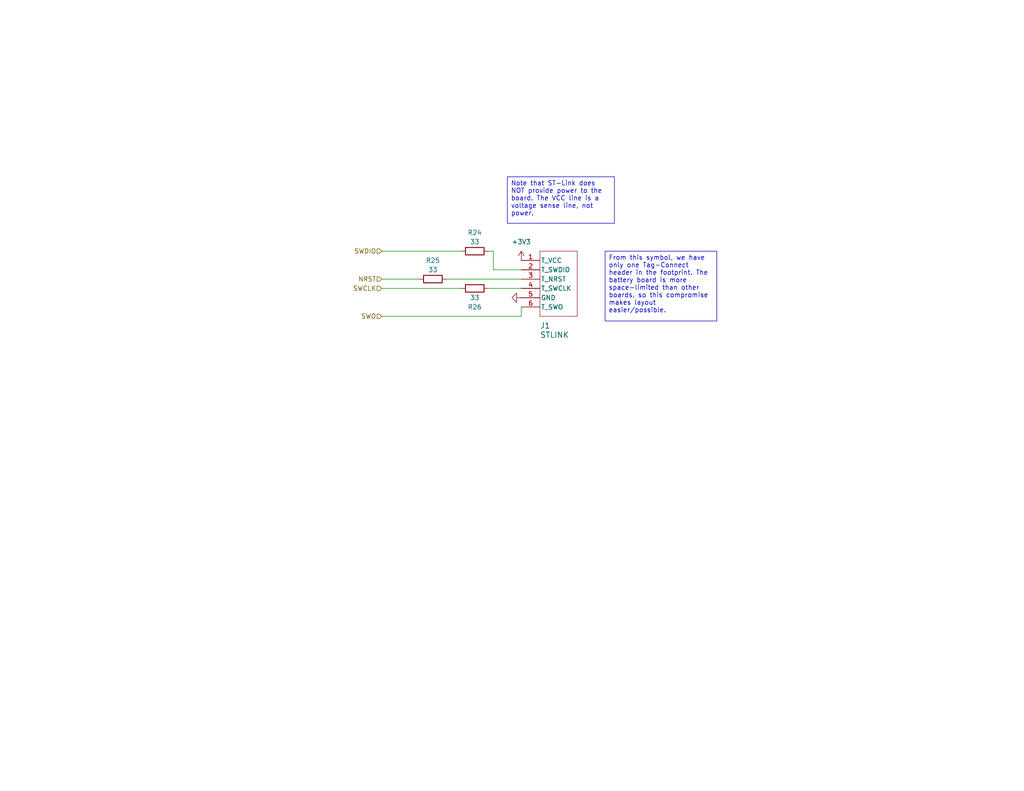
<source format=kicad_sch>
(kicad_sch (version 20231120) (generator "eeschema") (generator_version "8.0")
  (paper "USLetter")
  (lib_symbols
    (symbol "Device:R" (pin_numbers hide) (pin_names (offset 0))
      (property "Reference" "R" (at 2.032 0 90))
      (property "Value" "R" (at 0 0 90))
      (symbol "R_0_1"
        (rectangle (start -1.016 -2.54) (end 1.016 2.54) (stroke (width 0.254)))
      )
      (symbol "R_1_1"
        (pin passive line (at 0 3.81 270) (length 1.27) (name "~") (number "1"))
        (pin passive line (at 0 -3.81 90) (length 1.27) (name "~") (number "2"))
      )
    )
    (symbol "TVSC:STLINK_TagConnect_6" (pin_names (offset 0.254)) (in_bom no)
      (property "Reference" "J" (at 0 6.35 0))
      (property "Value" "STLINK_TagConnect_6" (at 0 -15.24 0))
      (symbol "STLINK_TagConnect_6_1_1"
        (polyline (pts (xy -5.08 -12.7) (xy 5.08 -12.7)) (stroke (width 0.127)))
        (polyline (pts (xy -5.08 5.08) (xy -5.08 -12.7)) (stroke (width 0.127)))
        (polyline (pts (xy 5.08 -12.7) (xy 5.08 5.08)) (stroke (width 0.127)))
        (polyline (pts (xy 5.08 5.08) (xy -5.08 5.08)) (stroke (width 0.127)))
        (pin power_in line (at -10.16 2.54 0) (length 5.08) (name "T_VCC") (number "1"))
        (pin bidirectional line (at -10.16 0 0) (length 5.08) (name "T_SWDIO") (number "2"))
        (pin open_collector line (at -10.16 -2.54 0) (length 5.08) (name "T_NRST") (number "3"))
        (pin output line (at -10.16 -5.08 0) (length 5.08) (name "T_SWCLK") (number "4"))
        (pin power_in line (at -10.16 -7.62 0) (length 5.08) (name "GND") (number "5"))
        (pin input line (at -10.16 -10.16 0) (length 5.08) (name "T_SWO") (number "6"))
      )
      (symbol "STLINK_TagConnect_6_1_2"
        (polyline (pts (xy 5.08 -20.32) (xy 12.7 -20.32)) (stroke (width 0.127)))
        (polyline (pts (xy 5.08 2.54) (xy 5.08 -20.32)) (stroke (width 0.127)))
        (polyline (pts (xy 7.62 -17.78) (xy 5.08 -17.78)) (stroke (width 0.127)))
        (polyline (pts (xy 7.62 -17.78) (xy 8.89 -18.6267)) (stroke (width 0.127)))
        (polyline (pts (xy 7.62 -17.78) (xy 8.89 -16.9333)) (stroke (width 0.127)))
        (polyline (pts (xy 7.62 -15.24) (xy 5.08 -15.24)) (stroke (width 0.127)))
        (polyline (pts (xy 7.62 -15.24) (xy 8.89 -16.0867)) (stroke (width 0.127)))
        (polyline (pts (xy 7.62 -15.24) (xy 8.89 -14.3933)) (stroke (width 0.127)))
        (polyline (pts (xy 7.62 -12.7) (xy 5.08 -12.7)) (stroke (width 0.127)))
        (polyline (pts (xy 7.62 -12.7) (xy 8.89 -13.5467)) (stroke (width 0.127)))
        (polyline (pts (xy 7.62 -12.7) (xy 8.89 -11.8533)) (stroke (width 0.127)))
        (polyline (pts (xy 7.62 -10.16) (xy 5.08 -10.16)) (stroke (width 0.127)))
        (polyline (pts (xy 7.62 -10.16) (xy 8.89 -11.0067)) (stroke (width 0.127)))
        (polyline (pts (xy 7.62 -10.16) (xy 8.89 -9.3133)) (stroke (width 0.127)))
        (polyline (pts (xy 7.62 -7.62) (xy 5.08 -7.62)) (stroke (width 0.127)))
        (polyline (pts (xy 7.62 -7.62) (xy 8.89 -8.4667)) (stroke (width 0.127)))
        (polyline (pts (xy 7.62 -7.62) (xy 8.89 -6.7733)) (stroke (width 0.127)))
        (polyline (pts (xy 7.62 -5.08) (xy 5.08 -5.08)) (stroke (width 0.127)))
        (polyline (pts (xy 7.62 -5.08) (xy 8.89 -5.9267)) (stroke (width 0.127)))
        (polyline (pts (xy 7.62 -5.08) (xy 8.89 -4.2333)) (stroke (width 0.127)))
        (polyline (pts (xy 7.62 -2.54) (xy 5.08 -2.54)) (stroke (width 0.127)))
        (polyline (pts (xy 7.62 -2.54) (xy 8.89 -3.3867)) (stroke (width 0.127)))
        (polyline (pts (xy 7.62 -2.54) (xy 8.89 -1.6933)) (stroke (width 0.127)))
        (polyline (pts (xy 7.62 0) (xy 5.08 0)) (stroke (width 0.127)))
        (polyline (pts (xy 7.62 0) (xy 8.89 -0.8467)) (stroke (width 0.127)))
        (polyline (pts (xy 7.62 0) (xy 8.89 0.8467)) (stroke (width 0.127)))
        (polyline (pts (xy 12.7 -20.32) (xy 12.7 2.54)) (stroke (width 0.127)))
        (polyline (pts (xy 12.7 2.54) (xy 5.08 2.54)) (stroke (width 0.127)))
        (pin unspecified line (at 0 0 0) (length 5.08) (name "1") (number "1"))
        (pin unspecified line (at 0 -2.54 0) (length 5.08) (name "2") (number "2"))
        (pin unspecified line (at 0 -5.08 0) (length 5.08) (name "3") (number "3"))
        (pin unspecified line (at 0 -7.62 0) (length 5.08) (name "4") (number "4"))
        (pin unspecified line (at 0 -10.16 0) (length 5.08) (name "5") (number "5"))
        (pin unspecified line (at 0 -12.7 0) (length 5.08) (name "6") (number "6"))
        (pin unspecified line (at 0 -15.24 0) (length 5.08) (name "7") (number "7"))
        (pin unspecified line (at 0 -17.78 0) (length 5.08) (name "8") (number "8"))
      )
    )
    (symbol "power:+3V3" (power) (pin_numbers hide) (pin_names (offset 0) hide)
      (property "Value" "+3V3" (at 0 3.556 0))
      (symbol "+3V3_0_1"
        (polyline (pts (xy -0.762 1.27) (xy 0 2.54)))
        (polyline (pts (xy 0 0) (xy 0 2.54)))
        (polyline (pts (xy 0 2.54) (xy 0.762 1.27)))
      )
      (symbol "+3V3_1_1"
        (pin power_in line (at 0 0 90) (length 0) (name "~") (number "1"))
      )
    )
    (symbol "power:GND" (power) (pin_numbers hide) (pin_names (offset 0) hide)
      (property "Value" "GND" (at 0 -3.81 0))
      (symbol "GND_0_1"
        (polyline (pts (xy 0 0) (xy 0 -1.27) (xy 1.27 -1.27) (xy 0 -2.54) (xy -1.27 -1.27) (xy 0 -1.27)))
      )
      (symbol "GND_1_1"
        (pin power_in line (at 0 0 270) (length 0) (name "~") (number "1"))
      )
    )
  )
  (wire (pts (xy 133.35 78.74) (xy 142.24 78.74)))
  (wire (pts (xy 104.14 76.2) (xy 114.3 76.2)))
  (wire (pts (xy 134.62 68.58) (xy 134.62 73.66)))
  (wire (pts (xy 104.14 78.74) (xy 125.73 78.74)))
  (wire (pts (xy 134.62 73.66) (xy 142.24 73.66)))
  (wire (pts (xy 133.35 68.58) (xy 134.62 68.58)))
  (wire (pts (xy 104.14 86.36) (xy 142.24 86.36)))
  (wire (pts (xy 121.92 76.2) (xy 142.24 76.2)))
  (wire (pts (xy 104.14 68.58) (xy 125.73 68.58)))
  (wire (pts (xy 142.24 86.36) (xy 142.24 83.82)))
  (text_box "Note that ST-Link does NOT provide power to the board. The VCC line is a voltage sense line, not power." (at 138.43 48.26 0) (size 29.21 12.7) (effects (font (size 1.27 1.27)) (justify left top)))
  (text_box "From this symbol, we have only one Tag-Connect header in the footprint. The battery board is more space-limited than other boards, so this compromise makes layout easier/possible." (at 165.1 68.58 0) (size 30.48 19.05) (effects (font (size 1.27 1.27)) (justify left top)))
  (hierarchical_label "SWDIO" (shape input) (at 104.14 68.58 180))
  (hierarchical_label "SWCLK" (shape input) (at 104.14 78.74 180))
  (hierarchical_label "SWO" (shape input) (at 104.14 86.36 180))
  (hierarchical_label "NRST" (shape input) (at 104.14 76.2 180))
  (symbol (lib_id "Device:R") (at 129.54 78.74 90) (mirror x) (unit 1)
    (property "Reference" "R26" (at 129.54 83.82 90))
    (property "Value" "33" (at 129.54 81.28 90))
    (property "Footprint" "footprints:Nondescript_R_0402_1005Metric" (effects (hide yes)))
    (property "Active" "Y" (effects (hide yes)))
    (property "Basic or Extended Component" "Basic" (effects (hide yes)))
    (property "MPN" "C25105" (effects (hide yes)))
    (property "Manufacturer" "UNI-ROYAL(Uniroyal Elec)" (effects (hide yes)))
    (property "Manufacturer Part Number" "0402WGF330JTCE" (effects (hide yes)))
  )
  (symbol (lib_id "Device:R") (at 118.11 76.2 90) (mirror x) (unit 1)
    (property "Reference" "R25" (at 118.11 71.12 90))
    (property "Value" "33" (at 118.11 73.66 90))
    (property "Footprint" "footprints:Nondescript_R_0402_1005Metric" (effects (hide yes)))
    (property "Active" "Y" (effects (hide yes)))
    (property "Basic or Extended Component" "Basic" (effects (hide yes)))
    (property "MPN" "C25105" (effects (hide yes)))
    (property "Manufacturer" "UNI-ROYAL(Uniroyal Elec)" (effects (hide yes)))
    (property "Manufacturer Part Number" "0402WGF330JTCE" (effects (hide yes)))
  )
  (symbol (lib_id "TVSC:STLINK_TagConnect_6") (at 152.4 73.66 0) (unit 1) (in_bom no)
    (property "Reference" "J1" (at 147.32 88.9 0) (effects (font (size 1.524 1.524)) (justify left)))
    (property "Value" "STLINK" (at 147.32 91.44 0) (effects (font (size 1.524 1.524)) (justify left)))
    (property "Footprint" "Connector:Tag-Connect_TC2030-IDC-NL_2x03_P1.27mm_Vertical" (effects (hide yes)))
    (property "Datasheet" "https://www.tag-connect.com/wp-content/uploads/bsk-pdf-manager/TC2030-CTX_1.pdf" (effects (hide yes)))
    (property "MPN" "NA" (effects (hide yes)))
    (property "Active" "Y" (effects (hide yes)))
  )
  (symbol (lib_id "Device:R") (at 129.54 68.58 90) (unit 1)
    (property "Reference" "R24" (at 129.54 63.5 90))
    (property "Value" "33" (at 129.54 66.04 90))
    (property "Footprint" "footprints:Nondescript_R_0402_1005Metric" (effects (hide yes)))
    (property "Active" "Y" (effects (hide yes)))
    (property "Basic or Extended Component" "Basic" (effects (hide yes)))
    (property "MPN" "C25105" (effects (hide yes)))
    (property "Manufacturer" "UNI-ROYAL(Uniroyal Elec)" (effects (hide yes)))
    (property "Manufacturer Part Number" "0402WGF330JTCE" (effects (hide yes)))
  )
  (symbol (lib_id "power:+3V3") (at 142.24 71.12 0) (unit 1)
    (property "Reference" "#PWR029" (effects (hide yes)))
    (property "Value" "+3V3" (at 142.24 66.04 0))
  )
  (symbol (lib_id "power:GND") (at 142.24 81.28 270) (unit 1)
    (property "Reference" "#PWR030" (effects (hide yes)))
    (property "Value" "GND" (effects (hide yes)))
  )
)
</source>
